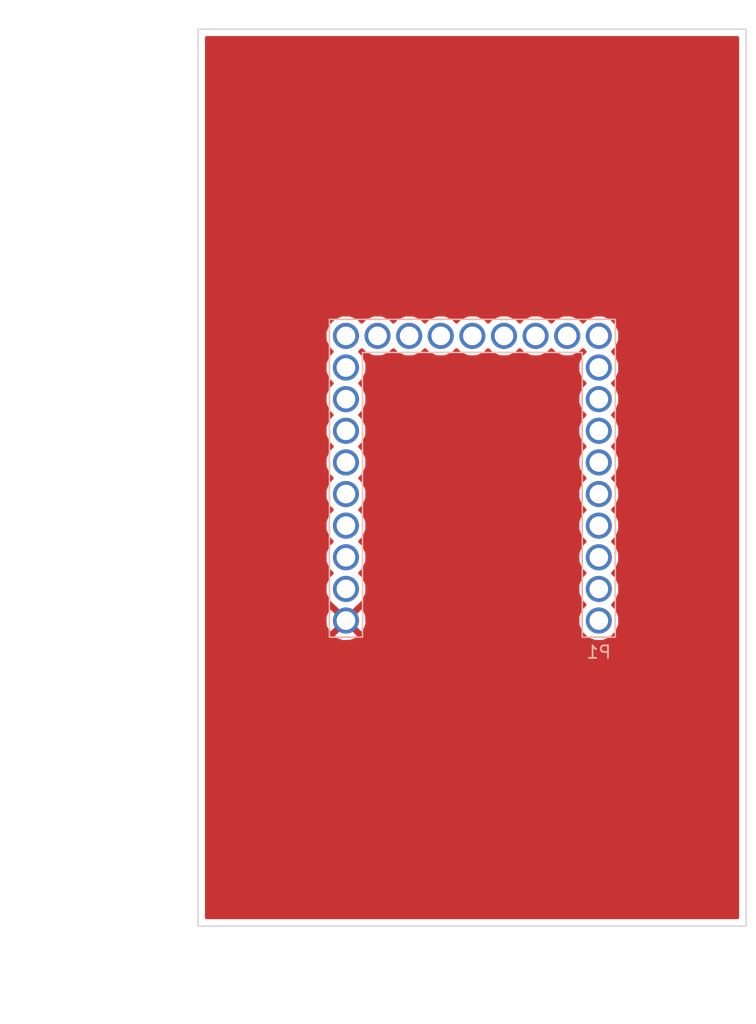
<source format=kicad_pcb>
(kicad_pcb (version 4) (host pcbnew 4.0.5)

  (general
    (links 0)
    (no_connects 0)
    (area 127.508799 48.870399 171.652401 121.004801)
    (thickness 1.6)
    (drawings 7)
    (tracks 0)
    (zones 0)
    (modules 1)
    (nets 28)
  )

  (page A4)
  (title_block
    (title "Microduino Supporto DE")
    (date "10 aprile 2017")
    (rev 0.0)
  )

  (layers
    (0 F.Cu signal)
    (31 B.Cu signal)
    (32 B.Adhes user)
    (33 F.Adhes user)
    (34 B.Paste user)
    (35 F.Paste user)
    (36 B.SilkS user)
    (37 F.SilkS user)
    (38 B.Mask user)
    (39 F.Mask user)
    (40 Dwgs.User user)
    (41 Cmts.User user)
    (42 Eco1.User user)
    (43 Eco2.User user)
    (44 Edge.Cuts user)
    (45 Margin user)
    (46 B.CrtYd user)
    (47 F.CrtYd user)
    (48 B.Fab user)
    (49 F.Fab user)
  )

  (setup
    (last_trace_width 0.25)
    (trace_clearance 0.2)
    (zone_clearance 0.508)
    (zone_45_only no)
    (trace_min 0.2)
    (segment_width 0.2)
    (edge_width 0.1)
    (via_size 0.6)
    (via_drill 0.4)
    (via_min_size 0.4)
    (via_min_drill 0.3)
    (uvia_size 0.3)
    (uvia_drill 0.1)
    (uvias_allowed no)
    (uvia_min_size 0.2)
    (uvia_min_drill 0.1)
    (pcb_text_width 0.3)
    (pcb_text_size 1.5 1.5)
    (mod_edge_width 0.15)
    (mod_text_size 1 1)
    (mod_text_width 0.15)
    (pad_size 1.5 1.5)
    (pad_drill 0.6)
    (pad_to_mask_clearance 0)
    (aux_axis_origin 0 0)
    (visible_elements 7FFFFFFF)
    (pcbplotparams
      (layerselection 0x00030_80000001)
      (usegerberextensions false)
      (excludeedgelayer true)
      (linewidth 0.100000)
      (plotframeref false)
      (viasonmask false)
      (mode 1)
      (useauxorigin false)
      (hpglpennumber 1)
      (hpglpenspeed 20)
      (hpglpendiameter 15)
      (hpglpenoverlay 2)
      (psnegative false)
      (psa4output false)
      (plotreference true)
      (plotvalue true)
      (plotinvisibletext false)
      (padsonsilk false)
      (subtractmaskfromsilk false)
      (outputformat 1)
      (mirror false)
      (drillshape 1)
      (scaleselection 1)
      (outputdirectory ""))
  )

  (net 0 "")
  (net 1 /D13)
  (net 2 /D12)
  (net 3 /D11)
  (net 4 /D10)
  (net 5 /D9)
  (net 6 /D8)
  (net 7 /D7)
  (net 8 +3V3)
  (net 9 +5V)
  (net 10 /REF)
  (net 11 /A0)
  (net 12 /A1)
  (net 13 /A2)
  (net 14 /A3)
  (net 15 /SDA)
  (net 16 /SCL)
  (net 17 /A6)
  (net 18 /A7)
  (net 19 /RX0)
  (net 20 /TX1)
  (net 21 /D2)
  (net 22 /D3)
  (net 23 /D4)
  (net 24 /D5)
  (net 25 /D6)
  (net 26 /RESET)
  (net 27 GND)

  (net_class Default "Questo è il gruppo di collegamenti predefinito"
    (clearance 0.2)
    (trace_width 0.25)
    (via_dia 0.6)
    (via_drill 0.4)
    (uvia_dia 0.3)
    (uvia_drill 0.1)
    (add_net +3V3)
    (add_net +5V)
    (add_net /A0)
    (add_net /A1)
    (add_net /A2)
    (add_net /A3)
    (add_net /A6)
    (add_net /A7)
    (add_net /D10)
    (add_net /D11)
    (add_net /D12)
    (add_net /D13)
    (add_net /D2)
    (add_net /D3)
    (add_net /D4)
    (add_net /D5)
    (add_net /D6)
    (add_net /D7)
    (add_net /D8)
    (add_net /D9)
    (add_net /REF)
    (add_net /RESET)
    (add_net /RX0)
    (add_net /SCL)
    (add_net /SDA)
    (add_net /TX1)
    (add_net GND)
  )

  (module Libreria_PCB_mia:Upin_27 (layer B.Cu) (tedit 58E807CD) (tstamp 58E9F143)
    (at 159.766 96.4184 180)
    (descr "Through hole straight socket strip, 1x09, 2.54mm pitch, single row")
    (tags "Through hole socket strip THT 1x09 2.54mm single row")
    (path /58E8C7EF)
    (fp_text reference P1 (at 0 -2.54 180) (layer B.SilkS)
      (effects (font (size 1 1) (thickness 0.15)) (justify mirror))
    )
    (fp_text value CONN_1x27 (at -2.83 10.17 450) (layer B.Fab)
      (effects (font (size 1 1) (thickness 0.15)) (justify mirror))
    )
    (fp_line (start 1.8 -1.78) (end 1.8 21.05) (layer B.CrtYd) (width 0.12))
    (fp_line (start 18.52 21.05) (end 1.8 21.05) (layer B.CrtYd) (width 0.12))
    (fp_line (start -1.27 24.13) (end -1.27 -1.27) (layer B.Fab) (width 0.12))
    (fp_line (start 1.27 -1.27) (end 1.27 21.59) (layer B.Fab) (width 0.12))
    (fp_line (start 1.27 21.59) (end 19.05 21.59) (layer B.Fab) (width 0.12))
    (fp_line (start 19.05 21.59) (end 19.05 -1.27) (layer B.Fab) (width 0.12))
    (fp_line (start 19.05 -1.27) (end 21.59 -1.27) (layer B.Fab) (width 0.12))
    (fp_line (start 21.59 -1.27) (end 21.59 24.13) (layer B.Fab) (width 0.12))
    (fp_line (start 21.59 24.13) (end -1.27 24.13) (layer B.Fab) (width 0.12))
    (fp_line (start 21.65 -1.33) (end 21.65 24.19) (layer B.SilkS) (width 0.12))
    (fp_line (start 21.65 24.19) (end -1.33 24.19) (layer B.SilkS) (width 0.12))
    (fp_line (start -1.33 -1.33) (end -1.33 24.19) (layer B.SilkS) (width 0.12))
    (fp_line (start 1.33 -1.33) (end 1.33 21.53) (layer B.SilkS) (width 0.12))
    (fp_line (start 1.33 21.53) (end 18.99 21.53) (layer B.SilkS) (width 0.12))
    (fp_line (start 18.99 -1.33) (end 18.99 21.53) (layer B.SilkS) (width 0.12))
    (fp_line (start 18.99 -1.33) (end 18.99 5.48) (layer B.SilkS) (width 0.12))
    (fp_line (start -1.8 24.67) (end 22.12 24.67) (layer B.CrtYd) (width 0.12))
    (fp_line (start -1.8 -1.78) (end -1.8 24.67) (layer B.CrtYd) (width 0.12))
    (fp_line (start 22.12 -1.78) (end 22.12 24.67) (layer B.CrtYd) (width 0.12))
    (fp_line (start 18.52 21.05) (end 18.52 -1.8) (layer B.CrtYd) (width 0.12))
    (fp_line (start 18.52 -1.8) (end 22.12 -1.8) (layer B.CrtYd) (width 0.12))
    (fp_line (start -1.27 -1.27) (end 1.27 -1.27) (layer B.Fab) (width 0.12))
    (fp_line (start -1.33 -1.33) (end 1.33 -1.33) (layer B.SilkS) (width 0.12))
    (fp_line (start 21.65 -1.33) (end 18.99 -1.33) (layer B.SilkS) (width 0.12))
    (fp_line (start -1.33 20.32) (end -1.33 21.65) (layer B.SilkS) (width 0.12))
    (fp_line (start -1.8 -1.78) (end 1.8 -1.78) (layer B.CrtYd) (width 0.12))
    (fp_text user %R (at 0 -2.54 180) (layer B.Fab)
      (effects (font (size 1 1) (thickness 0.15)) (justify mirror))
    )
    (pad 9 thru_hole circle (at 0 20.32 180) (size 2.1 2.1) (drill 1.5) (layers *.Cu *.Mask)
      (net 1 /D13))
    (pad 8 thru_hole circle (at 0 17.78 180) (size 2.1 2.1) (drill 1.5) (layers *.Cu *.Mask)
      (net 2 /D12))
    (pad 7 thru_hole circle (at 0 15.24 180) (size 2.1 2.1) (drill 1.5) (layers *.Cu *.Mask)
      (net 3 /D11))
    (pad 6 thru_hole circle (at 0 12.7 180) (size 2.1 2.1) (drill 1.5) (layers *.Cu *.Mask)
      (net 4 /D10))
    (pad 5 thru_hole circle (at 0 10.16 180) (size 2.1 2.1) (drill 1.5) (layers *.Cu *.Mask)
      (net 5 /D9))
    (pad 4 thru_hole circle (at 0 7.62 180) (size 2.1 2.1) (drill 1.5) (layers *.Cu *.Mask)
      (net 6 /D8))
    (pad 3 thru_hole circle (at 0 5.08 180) (size 2.1 2.1) (drill 1.5) (layers *.Cu *.Mask)
      (net 7 /D7))
    (pad 2 thru_hole circle (at 0 2.54 180) (size 2.1 2.1) (drill 1.5) (layers *.Cu *.Mask)
      (net 8 +3V3))
    (pad 1 thru_hole circle (at 0 0 180) (size 2.1 2.1) (drill 1.5) (layers *.Cu *.Mask)
      (net 9 +5V))
    (pad 10 thru_hole circle (at 0 22.86 180) (size 2.1 2.1) (drill 1.5) (layers *.Cu *.Mask)
      (net 10 /REF))
    (pad 11 thru_hole circle (at 2.54 22.86 180) (size 2.1 2.1) (drill 1.5) (layers *.Cu *.Mask)
      (net 11 /A0))
    (pad 12 thru_hole circle (at 5.08 22.86 180) (size 2.1 2.1) (drill 1.5) (layers *.Cu *.Mask)
      (net 12 /A1))
    (pad 13 thru_hole circle (at 7.62 22.86 180) (size 2.1 2.1) (drill 1.5) (layers *.Cu *.Mask)
      (net 13 /A2))
    (pad 14 thru_hole circle (at 10.16 22.86 180) (size 2.1 2.1) (drill 1.5) (layers *.Cu *.Mask)
      (net 14 /A3))
    (pad 15 thru_hole circle (at 12.7 22.86 180) (size 2.1 2.1) (drill 1.5) (layers *.Cu *.Mask)
      (net 15 /SDA))
    (pad 16 thru_hole circle (at 15.24 22.86 180) (size 2.1 2.1) (drill 1.5) (layers *.Cu *.Mask)
      (net 16 /SCL))
    (pad 17 thru_hole circle (at 17.78 22.86 180) (size 2.1 2.1) (drill 1.5) (layers *.Cu *.Mask)
      (net 17 /A6))
    (pad 18 thru_hole circle (at 20.32 22.86 180) (size 2.1 2.1) (drill 1.5) (layers *.Cu *.Mask)
      (net 18 /A7))
    (pad 19 thru_hole circle (at 20.32 20.32 180) (size 2.1 2.1) (drill 1.5) (layers *.Cu *.Mask)
      (net 19 /RX0))
    (pad 20 thru_hole circle (at 20.32 17.78 180) (size 2.1 2.1) (drill 1.5) (layers *.Cu *.Mask)
      (net 20 /TX1))
    (pad 21 thru_hole circle (at 20.32 15.24 180) (size 2.1 2.1) (drill 1.5) (layers *.Cu *.Mask)
      (net 21 /D2))
    (pad 22 thru_hole circle (at 20.32 12.7 180) (size 2.1 2.1) (drill 1.5) (layers *.Cu *.Mask)
      (net 22 /D3))
    (pad 23 thru_hole circle (at 20.32 10.16 180) (size 2.1 2.1) (drill 1.5) (layers *.Cu *.Mask)
      (net 23 /D4))
    (pad 24 thru_hole circle (at 20.32 7.62 180) (size 2.1 2.1) (drill 1.5) (layers *.Cu *.Mask)
      (net 24 /D5))
    (pad 25 thru_hole circle (at 20.32 5.08 180) (size 2.1 2.1) (drill 1.5) (layers *.Cu *.Mask)
      (net 25 /D6))
    (pad 26 thru_hole circle (at 20.32 2.54 180) (size 2.1 2.1) (drill 1.5) (layers *.Cu *.Mask)
      (net 26 /RESET))
    (pad 27 thru_hole circle (at 20.32 0 180) (size 2.1 2.1) (drill 1.5) (layers *.Cu *.Mask)
      (net 27 GND))
    (model ${KISYS3DMOD}/Socket_Strips.3dshapes/Socket_Strip_Straight_1x09_Pitch2.54mm.wrl
      (at (xyz 0 -0.4 0))
      (scale (xyz 1 1 1))
      (rotate (xyz 0 0 270))
    )
  )

  (gr_line (start 171.6024 48.9204) (end 127.5588 48.9204) (angle 90) (layer Edge.Cuts) (width 0.1))
  (gr_line (start 171.6024 48.9712) (end 171.6024 48.9204) (angle 90) (layer Edge.Cuts) (width 0.1))
  (gr_line (start 171.6024 120.9548) (end 171.6024 48.9712) (angle 90) (layer Edge.Cuts) (width 0.1))
  (gr_line (start 127.5588 120.9548) (end 171.6024 120.9548) (angle 90) (layer Edge.Cuts) (width 0.1))
  (gr_line (start 127.5588 120.9548) (end 127.5588 48.9204) (angle 90) (layer Edge.Cuts) (width 0.1))
  (dimension 44.0436 (width 0.3) (layer F.Fab)
    (gr_text "44,044 mm" (at 149.5806 129.4676) (layer F.Fab)
      (effects (font (size 1.5 1.5) (thickness 0.3)))
    )
    (feature1 (pts (xy 171.6024 125.5776) (xy 171.6024 130.8176)))
    (feature2 (pts (xy 127.5588 125.5776) (xy 127.5588 130.8176)))
    (crossbar (pts (xy 127.5588 128.1176) (xy 171.6024 128.1176)))
    (arrow1a (pts (xy 171.6024 128.1176) (xy 170.475896 128.704021)))
    (arrow1b (pts (xy 171.6024 128.1176) (xy 170.475896 127.531179)))
    (arrow2a (pts (xy 127.5588 128.1176) (xy 128.685304 128.704021)))
    (arrow2b (pts (xy 127.5588 128.1176) (xy 128.685304 127.531179)))
  )
  (dimension 72.0344 (width 0.3) (layer F.Fab)
    (gr_text "72,034 mm" (at 117.2464 84.9376 270) (layer F.Fab)
      (effects (font (size 1.5 1.5) (thickness 0.3)))
    )
    (feature1 (pts (xy 116.8908 120.9548) (xy 121.9784 120.9548)))
    (feature2 (pts (xy 116.8908 48.9204) (xy 121.9784 48.9204)))
    (crossbar (pts (xy 119.2784 48.9204) (xy 119.2784 120.9548)))
    (arrow1a (pts (xy 119.2784 120.9548) (xy 118.691979 119.828296)))
    (arrow1b (pts (xy 119.2784 120.9548) (xy 119.864821 119.828296)))
    (arrow2a (pts (xy 119.2784 48.9204) (xy 118.691979 50.046904)))
    (arrow2b (pts (xy 119.2784 48.9204) (xy 119.864821 50.046904)))
  )

  (zone (net 27) (net_name GND) (layer F.Cu) (tstamp 58E9F4C4) (hatch none 0.508)
    (connect_pads (clearance 0.508))
    (min_thickness 0.254)
    (fill yes (arc_segments 16) (thermal_gap 0.508) (thermal_bridge_width 0.508))
    (polygon
      (pts
        (xy 126.0856 47.1424) (xy 126.3396 46.5836) (xy 126.329693 47.146481)
      )
    )
  )
  (zone (net 27) (net_name GND) (layer F.Cu) (tstamp 58E9F4B7) (hatch none 0.508)
    (connect_pads (clearance 0.508))
    (min_thickness 0.254)
    (fill yes (arc_segments 16) (thermal_gap 0.508) (thermal_bridge_width 0.508))
    (polygon
      (pts
        (xy 172.212 48.1584) (xy 172.4152 121.8184) (xy 126.5936 121.8184) (xy 126.8984 48.006)
      )
    )
    (filled_polygon
      (pts
        (xy 170.9174 120.2698) (xy 128.2438 120.2698) (xy 128.2438 97.607103) (xy 138.436902 97.607103) (xy 138.541687 97.879145)
        (xy 139.169526 98.114019) (xy 139.839456 98.090749) (xy 140.350313 97.879145) (xy 140.455098 97.607103) (xy 139.446 96.598005)
        (xy 138.436902 97.607103) (xy 128.2438 97.607103) (xy 128.2438 96.141926) (xy 137.750381 96.141926) (xy 137.773651 96.811856)
        (xy 137.985255 97.322713) (xy 138.257297 97.427498) (xy 139.266395 96.4184) (xy 139.625605 96.4184) (xy 140.634703 97.427498)
        (xy 140.906745 97.322713) (xy 141.141619 96.694874) (xy 141.118349 96.024944) (xy 140.906745 95.514087) (xy 140.634703 95.409302)
        (xy 139.625605 96.4184) (xy 139.266395 96.4184) (xy 138.257297 95.409302) (xy 137.985255 95.514087) (xy 137.750381 96.141926)
        (xy 128.2438 96.141926) (xy 128.2438 73.892097) (xy 137.760708 73.892097) (xy 138.016694 74.511629) (xy 138.33305 74.828537)
        (xy 138.01836 75.142678) (xy 137.761293 75.761762) (xy 137.760708 76.432097) (xy 138.016694 77.051629) (xy 138.33305 77.368537)
        (xy 138.01836 77.682678) (xy 137.761293 78.301762) (xy 137.760708 78.972097) (xy 138.016694 79.591629) (xy 138.33305 79.908537)
        (xy 138.01836 80.222678) (xy 137.761293 80.841762) (xy 137.760708 81.512097) (xy 138.016694 82.131629) (xy 138.33305 82.448537)
        (xy 138.01836 82.762678) (xy 137.761293 83.381762) (xy 137.760708 84.052097) (xy 138.016694 84.671629) (xy 138.33305 84.988537)
        (xy 138.01836 85.302678) (xy 137.761293 85.921762) (xy 137.760708 86.592097) (xy 138.016694 87.211629) (xy 138.33305 87.528537)
        (xy 138.01836 87.842678) (xy 137.761293 88.461762) (xy 137.760708 89.132097) (xy 138.016694 89.751629) (xy 138.33305 90.068537)
        (xy 138.01836 90.382678) (xy 137.761293 91.001762) (xy 137.760708 91.672097) (xy 138.016694 92.291629) (xy 138.33305 92.608537)
        (xy 138.01836 92.922678) (xy 137.761293 93.541762) (xy 137.760708 94.212097) (xy 138.016694 94.831629) (xy 138.490278 95.30604)
        (xy 138.529554 95.322349) (xy 139.446 96.238795) (xy 140.361499 95.323296) (xy 140.399229 95.307706) (xy 140.87364 94.834122)
        (xy 141.130707 94.215038) (xy 141.131292 93.544703) (xy 140.875306 92.925171) (xy 140.55895 92.608263) (xy 140.87364 92.294122)
        (xy 141.130707 91.675038) (xy 141.131292 91.004703) (xy 140.875306 90.385171) (xy 140.55895 90.068263) (xy 140.87364 89.754122)
        (xy 141.130707 89.135038) (xy 141.131292 88.464703) (xy 140.875306 87.845171) (xy 140.55895 87.528263) (xy 140.87364 87.214122)
        (xy 141.130707 86.595038) (xy 141.131292 85.924703) (xy 140.875306 85.305171) (xy 140.55895 84.988263) (xy 140.87364 84.674122)
        (xy 141.130707 84.055038) (xy 141.131292 83.384703) (xy 140.875306 82.765171) (xy 140.55895 82.448263) (xy 140.87364 82.134122)
        (xy 141.130707 81.515038) (xy 141.131292 80.844703) (xy 140.875306 80.225171) (xy 140.55895 79.908263) (xy 140.87364 79.594122)
        (xy 141.130707 78.975038) (xy 141.131292 78.304703) (xy 140.875306 77.685171) (xy 140.55895 77.368263) (xy 140.87364 77.054122)
        (xy 141.130707 76.435038) (xy 141.131292 75.764703) (xy 140.875306 75.145171) (xy 140.55895 74.828263) (xy 140.716137 74.67135)
        (xy 141.030278 74.98604) (xy 141.649362 75.243107) (xy 142.319697 75.243692) (xy 142.939229 74.987706) (xy 143.256137 74.67135)
        (xy 143.570278 74.98604) (xy 144.189362 75.243107) (xy 144.859697 75.243692) (xy 145.479229 74.987706) (xy 145.796137 74.67135)
        (xy 146.110278 74.98604) (xy 146.729362 75.243107) (xy 147.399697 75.243692) (xy 148.019229 74.987706) (xy 148.336137 74.67135)
        (xy 148.650278 74.98604) (xy 149.269362 75.243107) (xy 149.939697 75.243692) (xy 150.559229 74.987706) (xy 150.876137 74.67135)
        (xy 151.190278 74.98604) (xy 151.809362 75.243107) (xy 152.479697 75.243692) (xy 153.099229 74.987706) (xy 153.416137 74.67135)
        (xy 153.730278 74.98604) (xy 154.349362 75.243107) (xy 155.019697 75.243692) (xy 155.639229 74.987706) (xy 155.956137 74.67135)
        (xy 156.270278 74.98604) (xy 156.889362 75.243107) (xy 157.559697 75.243692) (xy 158.179229 74.987706) (xy 158.496137 74.67135)
        (xy 158.65305 74.828537) (xy 158.33836 75.142678) (xy 158.081293 75.761762) (xy 158.080708 76.432097) (xy 158.336694 77.051629)
        (xy 158.65305 77.368537) (xy 158.33836 77.682678) (xy 158.081293 78.301762) (xy 158.080708 78.972097) (xy 158.336694 79.591629)
        (xy 158.65305 79.908537) (xy 158.33836 80.222678) (xy 158.081293 80.841762) (xy 158.080708 81.512097) (xy 158.336694 82.131629)
        (xy 158.65305 82.448537) (xy 158.33836 82.762678) (xy 158.081293 83.381762) (xy 158.080708 84.052097) (xy 158.336694 84.671629)
        (xy 158.65305 84.988537) (xy 158.33836 85.302678) (xy 158.081293 85.921762) (xy 158.080708 86.592097) (xy 158.336694 87.211629)
        (xy 158.65305 87.528537) (xy 158.33836 87.842678) (xy 158.081293 88.461762) (xy 158.080708 89.132097) (xy 158.336694 89.751629)
        (xy 158.65305 90.068537) (xy 158.33836 90.382678) (xy 158.081293 91.001762) (xy 158.080708 91.672097) (xy 158.336694 92.291629)
        (xy 158.65305 92.608537) (xy 158.33836 92.922678) (xy 158.081293 93.541762) (xy 158.080708 94.212097) (xy 158.336694 94.831629)
        (xy 158.65305 95.148537) (xy 158.33836 95.462678) (xy 158.081293 96.081762) (xy 158.080708 96.752097) (xy 158.336694 97.371629)
        (xy 158.810278 97.84604) (xy 159.429362 98.103107) (xy 160.099697 98.103692) (xy 160.719229 97.847706) (xy 161.19364 97.374122)
        (xy 161.450707 96.755038) (xy 161.451292 96.084703) (xy 161.195306 95.465171) (xy 160.87895 95.148263) (xy 161.19364 94.834122)
        (xy 161.450707 94.215038) (xy 161.451292 93.544703) (xy 161.195306 92.925171) (xy 160.87895 92.608263) (xy 161.19364 92.294122)
        (xy 161.450707 91.675038) (xy 161.451292 91.004703) (xy 161.195306 90.385171) (xy 160.87895 90.068263) (xy 161.19364 89.754122)
        (xy 161.450707 89.135038) (xy 161.451292 88.464703) (xy 161.195306 87.845171) (xy 160.87895 87.528263) (xy 161.19364 87.214122)
        (xy 161.450707 86.595038) (xy 161.451292 85.924703) (xy 161.195306 85.305171) (xy 160.87895 84.988263) (xy 161.19364 84.674122)
        (xy 161.450707 84.055038) (xy 161.451292 83.384703) (xy 161.195306 82.765171) (xy 160.87895 82.448263) (xy 161.19364 82.134122)
        (xy 161.450707 81.515038) (xy 161.451292 80.844703) (xy 161.195306 80.225171) (xy 160.87895 79.908263) (xy 161.19364 79.594122)
        (xy 161.450707 78.975038) (xy 161.451292 78.304703) (xy 161.195306 77.685171) (xy 160.87895 77.368263) (xy 161.19364 77.054122)
        (xy 161.450707 76.435038) (xy 161.451292 75.764703) (xy 161.195306 75.145171) (xy 160.87895 74.828263) (xy 161.19364 74.514122)
        (xy 161.450707 73.895038) (xy 161.451292 73.224703) (xy 161.195306 72.605171) (xy 160.721722 72.13076) (xy 160.102638 71.873693)
        (xy 159.432303 71.873108) (xy 158.812771 72.129094) (xy 158.495863 72.44545) (xy 158.181722 72.13076) (xy 157.562638 71.873693)
        (xy 156.892303 71.873108) (xy 156.272771 72.129094) (xy 155.955863 72.44545) (xy 155.641722 72.13076) (xy 155.022638 71.873693)
        (xy 154.352303 71.873108) (xy 153.732771 72.129094) (xy 153.415863 72.44545) (xy 153.101722 72.13076) (xy 152.482638 71.873693)
        (xy 151.812303 71.873108) (xy 151.192771 72.129094) (xy 150.875863 72.44545) (xy 150.561722 72.13076) (xy 149.942638 71.873693)
        (xy 149.272303 71.873108) (xy 148.652771 72.129094) (xy 148.335863 72.44545) (xy 148.021722 72.13076) (xy 147.402638 71.873693)
        (xy 146.732303 71.873108) (xy 146.112771 72.129094) (xy 145.795863 72.44545) (xy 145.481722 72.13076) (xy 144.862638 71.873693)
        (xy 144.192303 71.873108) (xy 143.572771 72.129094) (xy 143.255863 72.44545) (xy 142.941722 72.13076) (xy 142.322638 71.873693)
        (xy 141.652303 71.873108) (xy 141.032771 72.129094) (xy 140.715863 72.44545) (xy 140.401722 72.13076) (xy 139.782638 71.873693)
        (xy 139.112303 71.873108) (xy 138.492771 72.129094) (xy 138.01836 72.602678) (xy 137.761293 73.221762) (xy 137.760708 73.892097)
        (xy 128.2438 73.892097) (xy 128.2438 49.6054) (xy 170.9174 49.6054)
      )
    )
  )
)

</source>
